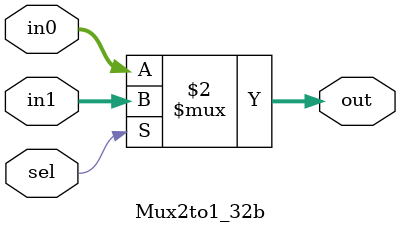
<source format=v>
module Mux2to1_32b (
	input wire sel,
  	input wire [31:0] in0,    
  	input wire [31:0] in1,               
  	output wire [31:0] out    
);

    assign out = (sel == 1'b0) ? in0 : in1;

endmodule
</source>
